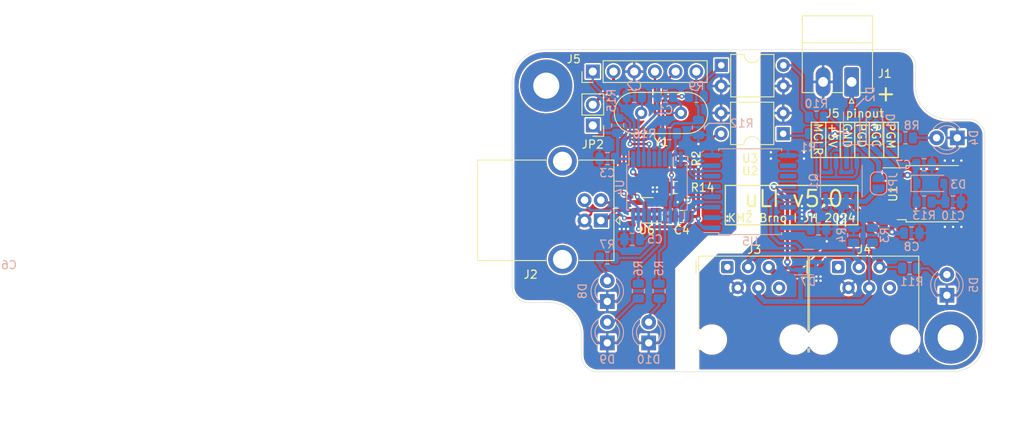
<source format=kicad_pcb>
(kicad_pcb (version 20221018) (generator pcbnew)
  (layers (0 "F.Cu" signal) (31 "B.Cu" signal) (34 "B.Paste" user) (35 "F.Paste" user) (36 "B.SilkS" user "B.Silkscreen") (37 "F.SilkS" user "F.Silkscreen") (38 "B.Mask" user) (39 "F.Mask" user) (44 "Edge.Cuts" user))
  (net 0 "")
  (net 1 "GND")
  (net 2 "Net-(U4-RA4{slash}IOCA3{slash}AN3{slash}OSC2{slash}CLKOUT)")
  (net 3 "Net-(U4-RA5{slash}IOCA5{slash}OSC1{slash}CLKIN)")
  (net 4 "VCC")
  (net 5 "Net-(U4-VUSB)")
  (net 6 "+5VA")
  (net 7 "GNDA")
  (net 8 "Net-(D1-K)")
  (net 9 "Net-(D3-A)")
  (net 10 "+12VA")
  (net 11 "Net-(D2-A)")
  (net 12 "Net-(D4-A)")
  (net 13 "Net-(D5-A)")
  (net 14 "/A")
  (net 15 "/B")
  (net 16 "Net-(D8-A)")
  (net 17 "Net-(D9-A)")
  (net 18 "Net-(D10-A)")
  (net 19 "D-{slash}PGC")
  (net 20 "D+{slash}PGD")
  (net 23 "/12VXN")
  (net 27 "MCLR")
  (net 28 "Net-(J5-Pin_2)")
  (net 29 "PGM")
  (net 30 "/POWERA")
  (net 31 "Net-(R1-Pad1)")
  (net 32 "SENSE")
  (net 33 "LED_YEL")
  (net 34 "LED_GR2")
  (net 35 "LED_GR1")
  (net 36 "/POWER")
  (net 37 "Net-(U4-SRQ{slash}C12OUT{slash}P1B{slash}RC4)")
  (net 38 "/DE")
  (net 41 "Net-(U4-T1OSCO{slash}SDO{slash}AN9{slash}RC7)")
  (net 42 "/TX")
  (net 43 "/RX")
  (footprint "MountingHole:MountingHole_3.2mm_M3_Pad" (layer "F.Cu") (at 180.176 117.738)
    (fp_text reference "H2" hide)
    (fp_text value "M3")
  )
  (footprint "Resistor_SMD:R_0805_2012Metric" (layer "F.Cu") (at 146.442 99.332 180)
    (fp_text reference "R14")
    (fp_text value "10k")
  )
  (footprint "Connector_USB:USB_B_OST_USB-B1HSxx_Horizontal" (layer "F.Cu") (at 137.2715 103.376 180)
    (fp_text reference "J2")
    (fp_text value "USB_B")
  )
  (footprint "Crystal:Crystal_HC49-4H_Vertical" (layer "F.Cu") (at 142.214 90.188)
    (fp_text reference "Y1")
    (fp_text value "12MHz")
  )
  (footprint "Package_TO_SOT_SMD:SOT-23-6" (layer "F.Cu") (at 142.886 102.126 180)
    (fp_text reference "U6")
    (fp_text value "USBLC6-2SC6")
  )
  (footprint "Connector_Phoenix_MC:PhoenixContact_MC_1,5_2-G-3.5_1x02_P3.50mm_Horizontal" (layer "F.Cu") (at 168.032 86.378 180)
    (fp_text reference "J1")
    (fp_text value "STL1550")
  )
  (footprint "Package_DIP:DIP-4_W7.62mm" (layer "F.Cu") (at 159.64 92.733 180)
    (fp_text reference "U2")
    (fp_text value "PC817")
  )
  (footprint "Connector_PinHeader_2.54mm:PinHeader_1x02_P2.54mm_Vertical" (layer "F.Cu") (at 136.282 91.712 180)
    (fp_text reference "JP2")
    (fp_text value "PINHEADER")
  )
  (footprint "Package_DIP:DIP-4_W7.62mm" (layer "F.Cu") (at 152.04 84.341)
    (fp_text reference "U3")
    (fp_text value "PC817")
  )
  (footprint "Package_TO_SOT_SMD:TO-252-2" (layer "F.Cu") (at 178.016 100.094)
    (fp_text reference "U1")
    (fp_text value "LM78M05_TO252")
  )
  (footprint "MountingHole:MountingHole_3.2mm_M3_Pad" (layer "F.Cu") (at 130.576 86.838)
    (fp_text reference "H1" hide)
    (fp_text value "M3")
  )
  (footprint "Resistor_SMD:R_0805_2012Metric" (layer "F.Cu") (at 147.204 95.776 90)
    (fp_text reference "R2")
    (fp_text value "10k")
  )
  (footprint "Connector_PinHeader_2.54mm:PinHeader_1x06_P2.54mm_Vertical" (layer "F.Cu") (at 136.282 85.108 90)
    (fp_text reference "J5")
    (fp_text value "PROG")
  )
  (footprint "Connector_RJ:RJ12_Amphenol_54601-x06_Horizontal" (layer "F.Cu") (at 166.376 109.088)
    (fp_text reference "J4")
    (fp_text value "RJ25")
  )
  (footprint "Connector_RJ:RJ12_Amphenol_54601-x06_Horizontal" (layer "F.Cu") (at 152.787 109.088)
    (fp_text reference "J3")
    (fp_text value "RJ25")
  )
  (footprint "Capacitor_SMD:C_0805_2012Metric" (layer "F.Cu") (at 147.204 102.888 180)
    (fp_text reference "C4")
    (fp_text value "100n")
  )
  (footprint "LED_THT:LED_D3.0mm" (layer "B.Cu") (at 138.06 118.387 90)
    (fp_text reference "D9")
    (fp_text value "GREEN")
  )
  (footprint "Resistor_SMD:R_0805_2012Metric" (layer "B.Cu") (at 149.236 91.966 -90)
    (fp_text reference "R12")
    (fp_text value "10k")
  )
  (footprint "Package_TO_SOT_SMD:SOT-23" (layer "B.Cu") (at 162.698 108.476)
    (fp_text reference "D7")
    (fp_text value "SM712")
  )
  (footprint "Resistor_SMD:R_0805_2012Metric" (layer "B.Cu") (at 139.33 91.712 90)
    (fp_text reference "R15")
    (fp_text value "10k")
  )
  (footprint "Resistor_SMD:R_0805_2012Metric" (layer "B.Cu") (at 141.87 112.032 -90)
    (fp_text reference "R6")
    (fp_text value "2k2")
  )
  (footprint "Resistor_SMD:R_0805_2012Metric" (layer "B.Cu") (at 176.922 101.11)
    (fp_text reference "R13")
    (fp_text value "22R")
  )
  (footprint "Capacitor_SMD:C_0805_2012Metric" (layer "B.Cu") (at 141.108 105.682 180)
    (fp_text reference "C5")
    (fp_text value "470n")
  )
  (footprint "Capacitor_SMD:C_0805_2012Metric" (layer "B.Cu") (at 175.398 104.92)
    (fp_text reference "C8")
    (fp_text value "100n")
  )
  (footprint "Resistor_SMD:R_0805_2012Metric" (layer "B.Cu") (at 138.06 107.968 180)
    (fp_text reference "R7")
    (fp_text value "2k2")
  )
  (footprint "Package_SO:SSOP-20_5.3x7.2mm_P0.65mm" (layer "B.Cu") (at 144.156 99.332 -90)
    (fp_text reference "U4")
    (fp_text value "PIC18F14K50-EP")
  )
  (footprint "LED_THT:LED_D3.0mm" (layer "B.Cu") (at 179.716 112.545 90)
    (fp_text reference "D5")
    (fp_text value "RED")
  )
  (footprint "LED_THT:LED_D3.0mm" (layer "B.Cu") (at 180.991 93.236 180)
    (fp_text reference "D4")
    (fp_text value "BLUE")
  )
  (footprint "Resistor_SMD:R_0805_2012Metric" (layer "B.Cu") (at 163.714 90.696 180)
    (fp_text reference "R10")
    (fp_text value "10k")
  )
  (footprint "Capacitor_SMD:C_0805_2012Metric" (layer "B.Cu") (at 145.172 88.156)
    (fp_text reference "C1")
    (fp_text value "22p")
  )
  (footprint "Resistor_SMD:R_0805_2012Metric" (layer "B.Cu") (at 144.41 112.032 -90)
    (fp_text reference "R5")
    (fp_text value "2k2")
  )
  (footprint "Capacitor_SMD:C_0805_2012Metric" (layer "B.Cu") (at 176.922 96.538)
    (fp_text reference "C7")
    (fp_text value "100n")
  )
  (footprint "Package_SO:SOIC-16W_7.5x10.3mm_P1.27mm" (layer "B.Cu") (at 155.586 99.84)
    (fp_text reference "U5")
    (fp_text value "ADM2483xRW")
  )
  (footprint "Capacitor_SMD:C_0805_2012Metric" (layer "B.Cu") (at 138.06 95.776 180)
    (fp_text reference "C3")
    (fp_text value "100n")
  )
  (footprint "Resistor_SMD:R_0805_2012Metric" (layer "B.Cu") (at 148.982 88.156 180)
    (fp_text reference "R9")
    (fp_text value "1k")
  )
  (footprint "Capacitor_SMD:C_0805_2012Metric" (layer "B.Cu") (at 180.478 101.11)
    (fp_text reference "C10")
    (fp_text value "22u/25V")
  )
  (footprint "Resistor_SMD:R_0805_2012Metric" (layer "B.Cu") (at 175.144 109.238)
    (fp_text reference "R11")
    (fp_text value "2k2")
  )
  (footprint "Jumper:SolderJumper-2_P1.3mm_Open_RoundedPad1.0x1.5mm" (layer "B.Cu") (at 171.334 98.824 90)
    (fp_text reference "JP1")
    (fp_text value "~")
  )
  (footprint "LED_THT:LED_D3.0mm" (layer "B.Cu") (at 138.06 113.307 90)
    (fp_text reference "D8")
    (fp_text value "GREEN")
  )
  (footprint "Diode_SMD:D_SOD-123" (layer "B.Cu") (at 170.826 91.712 90)
    (fp_text reference "D1")
    (fp_text value "1N5819")
  )
  (footprint "Resistor_SMD:R_0805_2012Metric" (layer "B.Cu") (at 174.636 93.236)
    (fp_text reference "R8")
    (fp_text value "2k2")
  )
  (footprint "Package_SO:SOIC-8_3.9x4.9mm_P1.27mm" (layer "B.Cu") (at 166.762 98.57 -90)
    (fp_text reference "Q1")
    (fp_text value "IRF7306")
  )
  (footprint "LED_THT:LED_D3.0mm" (layer "B.Cu") (at 143.14 118.387 90)
    (fp_text reference "D10")
    (fp_text value "YELLOW")
  )
  (footprint "Capacitor_SMD:C_0805_2012Metric" (layer "B.Cu") (at 163.968 104.412)
    (fp_text reference "C6")
    (fp_text value "100n")
  )
  (footprint "Resistor_SMD:R_0805_2012Metric" (layer "B.Cu") (at 145.68 92.728 180)
    (fp_text reference "R16")
    (fp_text value "10k")
  )
  (footprint "Resistor_SMD:R_0805_2012Metric" (layer "B.Cu") (at 163.714 92.728)
    (fp_text reference "R1")
    (fp_text value "2k2")
  )
  (footprint "Resistor_SMD:R_0805_2012Metric" (layer "B.Cu") (at 168.286 105.174 90)
    (fp_text reference "R4")
    (fp_text value "100k")
  )
  (footprint "Capacitor_SMD:C_0805_2012Metric" (layer "B.Cu") (at 141.362 88.156)
    (fp_text reference "C2")
    (fp_text value "22p")
  )
  (footprint "Diode_SMD:D_SOD-123" (layer "B.Cu") (at 168.032 91.712 90)
    (fp_text reference "D2")
    (fp_text value "1N5819")
  )
  (footprint "Diode_SMD:D_SOD-123" (layer "B.Cu") (at 177.684 98.824)
    (fp_text reference "D3")
    (fp_text value "1N5819")
  )
  (footprint "Resistor_SMD:R_0805_2012Metric" (layer "B.Cu") (at 170.572 105.174 -90)
    (fp_text reference "R3")
    (fp_text value "100k")
  )
  (gr_line (start 153.046 91.458) (end 150.506 91.458) (stroke (width 0.15)) (layer "B.SilkS"))
  (gr_line (start 169.556 88.41) (end 168.54 89.426) (stroke (width 0.15)) (layer "B.SilkS"))
  (gr_line (start 150.506 91.458) (end 149.971 91.993) (stroke (width 0.15)) (layer "B.SilkS"))
  (gr_line (start 163.079 91.331) (end 173.747 91.331) (stroke (width 0.15)) (layer "F.SilkS"))
  (gr_line (start 171.969 91.331) (end 171.969 95.649) (stroke (width 0.15)) (layer "F.SilkS"))
  (gr_line (start 168.413 91.331) (end 168.413 95.649) (stroke (width 0.15)) (layer "F.SilkS"))
  (gr_line (start 163.079 91.331) (end 163.079 95.649) (stroke (width 0.15)) (layer "F.SilkS"))
  (gr_line (start 163.079 95.649) (end 173.747 95.649) (stroke (width 0.15)) (layer "F.SilkS"))
  (gr_line (start 164.857 91.331) (end 164.857 95.649) (stroke (width 0.15)) (layer "F.SilkS"))
  (gr_line (start 166.635 91.331) (end 166.635 95.649) (stroke (width 0.15)) (layer "F.SilkS"))
  (gr_line (start 173.747 91.331) (end 173.747 95.649) (stroke (width 0.15)) (layer "F.SilkS"))
  (gr_line (start 170.191 91.331) (end 170.191 95.649) (stroke (width 0.15)) (layer "F.SilkS"))
  (gr_rect (start 152.538 99.078) (end 168.794 103.904) (stroke (width 0.15)) (fill none) (layer "F.SilkS"))
  (gr_arc (start 126.376 86.438) (mid 127.547573 83.609573) (end 130.376 82.438) (stroke (width 0.05)) (layer "Edge.Cuts"))
  (gr_line (start 180.376 121.938) (end 136.876 121.938) (stroke (width 0.05)) (layer "Edge.Cuts"))
  (gr_arc (start 136.876 121.938) (mid 135.461786 121.352214) (end 134.876 119.938) (stroke (width 0.05)) (layer "Edge.Cuts"))
  (gr_arc (start 173.875999 82.438) (mid 175.290213 83.023786) (end 175.875999 84.438) (stroke (width 0.05)) (layer "Edge.Cuts"))
  (gr_line (start 175.875999 86.938001) (end 175.875999 84.438) (stroke (width 0.05)) (layer "Edge.Cuts"))
  (gr_arc (start 184.376 117.938) (mid 183.204427 120.766427) (end 180.376 121.938) (stroke (width 0.05)) (layer "Edge.Cuts"))
  (gr_arc (start 179.875999 90.938001) (mid 177.047572 89.766428) (end 175.875999 86.938001) (stroke (width 0.05)) (layer "Edge.Cuts"))
  (gr_line (start 134.876 117.438) (end 134.876 119.938) (stroke (width 0.05)) (layer "Edge.Cuts"))
  (gr_arc (start 182.376 90.938) (mid 183.790214 91.523786) (end 184.376 92.938) (stroke (width 0.05)) (layer "Edge.Cuts"))
  (gr_arc (start 130.876 113.438) (mid 133.704427 114.609573) (end 134.876 117.438) (stroke (width 0.05)) (layer "Edge.Cuts"))
  (gr_arc (start 128.376 113.438) (mid 126.961786 112.852214) (end 126.376 111.438) (stroke (width 0.05)) (layer "Edge.Cuts"))
  (gr_line (start 130.376 82.438) (end 173.876 82.438) (stroke (width 0.05)) (layer "Edge.Cuts"))
  (gr_line (start 126.376 111.438) (end 126.376 86.438) (stroke (width 0.05)) (layer "Edge.Cuts"))
  (gr_line (start 184.376 92.938001) (end 184.376 117.938) (stroke (width 0.05)) (layer "Edge.Cuts"))
  (gr_line (start 182.376 90.938001) (end 179.875999 90.938001) (stroke (width 0.05)) (layer "Edge.Cuts"))
  (gr_line (start 128.376 113.438) (end 130.876 113.438) (stroke (width 0.05)) (layer "Edge.Cuts"))
  (gr_text "KMŽ Brno I JH 2024" (at 160.666 103.65) (layer "F.SilkS") (effects (font (size 1 1)) (justify bottom)))
  (gr_text "PGC" (at 170.445 91.331 -90) (layer "F.SilkS") (effects (font (size 1 1)) (justify left bottom)))
  (gr_text "GND" (at 166.889 91.331 -90) (layer "F.SilkS") (effects (font (size 1 1)) (justify left bottom)))
  (gr_text "MCLR" (at 163.333 91.331 -90) (layer "F.SilkS") (effects (font (size 1 1)) (justify left bottom)))
  (gr_text "PGM" (at 172.223 91.331 -90) (layer "F.SilkS") (effects (font (size 1 1)) (justify left bottom)))
  (gr_text "+" (at 170.826 88.918) (layer "F.SilkS") (effects (font (size 2 2) (thickness 0.25)) (justify left bottom)))
  (gr_text "+5V" (at 165.111 91.331 -90) (layer "F.SilkS") (effects (font (size 1 1)) (justify left bottom)))
  (gr_text "PGD" (at 168.667 91.331 -90) (layer "F.SilkS") (effects (font (size 1 1)) (justify left bottom)))
  (gr_text "J5 pinout" (at 168.413 90.823) (layer "F.SilkS") (effects (font (size 1 1)) (justify bottom)))
  (gr_text "uLI v5.0" (at 160.92 101.872) (layer "F.SilkS") (effects (font (size 2 2) (thickness 0.25)) (justify bottom)))
  (via (at 152.792 103.396) (size 0.6) (drill 0.3) (layers "F.Cu" "B.Cu") (net 1))
  (via (at 140.092 104.412) (size 0.6) (drill 0.3) (layers "F.Cu" "B.Cu") (net 1))
  (via (at 143.648 99.84) (size 0.6) (drill 0.3) (layers "F.Cu" "B.Cu") (net 1))
  (via (at 139.584 104.412) (size 0.6) (drill 0.3) (layers "F.Cu" "B.Cu") (net 1))
  (via (at 144.156 99.84) (size 0.6) (drill 0.3) (layers "F.Cu" "B.Cu") (net 1))
  (via (at 144.156 99.332) (size 0.6) (drill 0.3) (layers "F.Cu" "B.Cu") (net 1))
  (via (at 148.728 95.522) (size 0.6) (drill 0.3) (layers "F.Cu" "B.Cu") (net 1))
  (via (at 143.648 99.332) (size 0.6) (drill 0.3) (layers "F.Cu" "B.Cu") (net 1))
  (via (at 140.6 104.412) (size 0.6) (drill 0.3) (layers "F.Cu" "B.Cu") (net 1))
  (via (at 139.33 88.156) (size 0.6) (drill 0.3) (layers "F.Cu" "B.Cu") (net 1))
  (via (at 149.236 93.998) (size 0.6) (drill 0.3) (layers "F.Cu" "B.Cu") (net 1))
  (via (at 152.792 102.888) (size 0.6) (drill 0.3) (layers "F.Cu" "B.Cu") (net 1))
  (via (at 149.236 95.522) (size 0.6) (drill 0.3) (layers "F.Cu" "B.Cu") (net 1))
  (via (at 143.648 92.728) (size 0.6) (drill 0.3) (layers "F.Cu" "B.Cu") (net 1))
  (via (at 146.696 101.11) (size 0.6) (drill 0.3) (layers "F.Cu" "B.Cu") (net 1))
  (segment (start 142.531 95.832) (end 142.531 91.813) (width 0.3) (layer "B.Cu") (net 2))
  (segment (start 147.016 90.11) (end 147.094 90.188) (width 0.3) (layer "B.Cu") (net 2))
  (segment (start 147.094 89.128) (end 146.122 88.156) (width 0.3) (layer "B.Cu") (net 2))
  (segment (start 144.156 90.188) (end 147.094 90.188) (width 0.3) (layer "B.Cu") (net 2))
  (segment (start 142.531 91.813) (end 144.156 90.188) (width 0.3) (layer "B.Cu") (net 2))
  (segment (start 147.094 90.188) (end 147.094 89.128) (width 0.3) (layer "B.Cu") (net 2))
  (segment (start 141.881 90.521) (end 142.214 90.188) (width 0.3) (layer "B.Cu") (net 3))
  (segment (start 142.312 88.156) (end 142.312 90.09) (width 0.3) (layer "B.Cu") (net 3))
  (segment (start 141.881 95.832) (end 141.881 90.521) (width 0.3) (layer "B.Cu") (net 3))
  (segment (start 142.312 90.09) (end 142.214 90.188) (width 0.3) (layer "B.Cu") (net 3))
  (segment (start 149.236 96.792) (end 147.3075 96.792) (width 0.4) (layer "F.Cu") (net 4))
  (segment (start 142.811 103.575) (end 143.394 104.158) (width 0.4) (layer "F.Cu") (net 4))
  (segment (start 143.394 104.158) (end 147.077 104.158) (width 0.4) (layer "F.Cu") (net 4))
  (segment (start 137.826 103.376) (end 137.2715 103.376) (width 0.4) (layer "F.Cu") (net 4))
  (segment (start 148.154 102.888) (end 149.236 102.888) (width 0.4) (layer "F.Cu") (net 4))
  (segment (start 142.811 102.126) (end 142.811 103.575) (width 0.4) (layer "F.Cu") (net 4))
  (segment (start 141.7485 102.126) (end 142.811 102.126) (width 0.4) (layer "F.Cu") (net 4))
  (segment (start 149.236 96.792) (end 149.236 102.888) (width 0.4) (layer "F.Cu") (net 4))
  (segment (start 139.076 102.126) (end 137.826 103.376) (width 0.4) (layer "F.Cu") (net 4))
  (segment (start 149.236 102.888) (end 149.236 103.142) (width 0.4) (layer "F.Cu") (net 4))
  (segment (start 141.7485 102.126) (end 139.076 102.126) (width 0.4) (layer "F.Cu") (net 4))
  (segment (start 141.231 97.423) (end 142.811 99.003) (width 0.4) (layer "F.Cu") (net 4))
  (segment (start 148.154 103.081) (end 148.154 102.888) (width 0.4) (layer "F.Cu") (net 4))
  (segment (start 142.811 99.003) (end 142.811 102.126) (width 0.4) (layer "F.Cu") (net 4))
  (segment (start 147.077 104.158) (end 148.154 103.081) (width 0.4) (layer "F.Cu") (net 4))
  (segment (start 147.3075 96.792) (end 147.204 96.6885) (width 0.4) (layer "F.Cu") (net 4))
  (via (at 141.231 97.423) (size 0.8) (drill 0.4) (layers "F.Cu" "B.Cu") (net 4))
  (via (at 149.236 103.142) (size 0.6) (drill 0.3) (layers "F.Cu" "B.Cu") (net 4))
  (via (at 149.236 96.792) (size 0.6) (drill 0.3) (layers "F.Cu" "B.Cu") (net 4))
  (segment (start 139.066 95.832) (end 139.01 95.776) (width 0.4) (layer "B.Cu") (net 4))
  (segment (start 139.33 92.6245) (end 137.1945 92.6245) (width 0.4) (layer "B.Cu") (net 4))
  (segment (start 149.363 96.665) (end 149.236 96.792) (width 0.4) (layer "B.Cu") (net 4))
  (segment (start 139.33 95.456) (end 139.01 95.776) (width 0.4) (layer "B.Cu") (net 4))
  (segment (start 139.33 92.6245) (end 139.33 95.456) (width 0.4) (layer "B.Cu") (net 4))
  (segment (start 141.231 97.423) (end 141.231 95.832) (width 0.4) (layer "B.Cu") (net 4))
  (segment (start 137.1945 92.6245) (end 136.282 91.712) (width 0.4) (layer "B.Cu") (net 4))
  (segment (start 139.01 95.456) (end 139.01 95.776) (width 0.4) (layer "B.Cu") (net 4))
  (segment (start 150.936 96.665) (end 149.363 96.665) (width 0.4) (layer "B.Cu") (net 4))
  (segment (start 149.871 104.285) (end 150.936 104.285) (width 0.4) (layer "B.Cu") (net 4))
  (segment (start 149.236 103.142) (end 149.236 103.65) (width 0.4) (layer "B.Cu") (net 4))
  (segment (start 149.236 103.65) (end 149.871 104.285) (width 0.4) (layer "B.Cu") (net 4))
  (segment (start 141.231 95.832) (end 139.066 95.832) (width 0.4) (layer "B.Cu") (net 4))
  (segment (start 143.181 105.133) (end 143.181 102.832) (width 0.3) (layer "B.Cu") (net 5))
  (segment (start 142.058 105.682) (end 142.632 105.682) (width 0.3) (layer "B.Cu") (net 5))
  (segment (start 142.632 105.682) (end 143.181 105.133) (width 0.3) (layer "B.Cu") (net 5))
  (segment (start 171.452 104.784) (end 167.778 101.11) (width 0.6) (layer "F.Cu") (net 6))
  (segment (start 172.976 104.784) (end 171.452 104.784) (width 0.6) (layer "F.Cu") (net 6))
  (segment (start 172.976 102.374) (end 172.976 104.784) (width 0.6) (layer "F.Cu") (net 6))
  (segment (start 164.476 101.11) (end 162.952 102.634) (width 0.6) (layer "F.Cu") (net 6))
  (segment (start 167.778 101.11) (end 164.476 101.11) (width 0.6) (layer "F.Cu") (net 6))
  (via (at 172.976 104.784) (size 0.8) (drill 0.4) (layers "F.Cu" "B.Cu") (net 6))
  (via (at 162.952 102.634) (size 0.8) (drill 0.4) (layers "F.Cu" "B.Cu") (net 6))
  (segment (start 163.018 102.7) (end 162.952 102.634) (width 0.6) (layer "B.Cu") (net 6))
  (segment (start 160.236 104.285) (end 162.891 104.285) (width 0.6) (layer "B.Cu") (net 6))
  (segment (start 170.572 104.2615) (end 172.4535 104.2615) (width 0.3) (layer "B.Cu") (net 6))
  (segment (start 163.018 104.412) (end 163.018 102.7) (width 0.6) (layer "B.Cu") (net 6))
  (segment (start 162.891 104.285) (end 163.018 104.412) (width 0.4) (layer "B.Cu") (net 6))
  (segment (start 172.4535 104.2615) (end 172.976 104.784) (width 0.3) (layer "B.Cu") (net 6))
  (segment (start 173.112 104.92) (end 172.976 104.784) (width 0.6) (layer "B.Cu") (net 6))
  (segment (start 174.448 104.92) (end 173.112 104.92) (width 0.6) (layer "B.Cu") (net 6))
  (via (at 161.936 103.142) (size 0.6) (drill 0.3) (layers "F.Cu" "B.Cu") (net 7))
  (via (at 161.936 102.126) (size 0.6) (drill 0.3) (layers "F.Cu" "B.Cu") (net 7))
  (via (at 158.126 95.776) (size 0.6) (drill 0.3) (layers "F.Cu" "B.Cu") (net 7))
  (via (at 163.714 110.254) (size 0.6) (drill 0.3) (layers "F.Cu" "B.Cu") (net 7))
  (via (at 162.19 95.776) (size 0.6) (drill 0.3) (layers "F.Cu" "B.Cu") (net 7))
  (via (at 162.19 95.014) (size 0.6) (drill 0.3) (layers "F.Cu" "B.Cu") (net 7))
  (via (at 180.478 104.158) (size 0.6) (drill 0.3) (layers "F.Cu" "B.Cu") (net 7))
  (via (at 164.222 110.254) (size 0.6) (drill 0.3) (layers "F.Cu" "B.Cu") (net 7))
  (via (at 164.222 110.762) (size 0.6) (drill 0.3) (layers "F.Cu" "B.Cu") (net 7))
  (via (at 179.462 104.158) (size 0.6) (drill 0.3) (layers "F.Cu" "B.Cu") (net 7))
  (via (at 180.478 96.03) (size 0.6) (drill 0.3) (layers "F.Cu" "B.Cu") (net 7))
  (via (at 161.936 102.634) (size 0.6) (drill 0.3) (layers "F.Cu" "B.Cu") (net 7))
  (via (at 164.984 105.936) (size 0.6) (drill 0.3) (layers "F.Cu" "B.Cu") (net 7))
  (via (at 161.936 101.618) (size 0.6) (drill 0.3) (layers "F.Cu" "B.Cu") (net 7))
  (via (at 181.494 96.03) (size 0.6) (drill 0.3) (layers "F.Cu" "B.Cu") (net 7))
  (via (at 181.494 104.158) (size 0.6) (drill 0.3) (layers "F.Cu" "B.Cu") (net 7))
  (via (at 179.462 96.03) (size 0.6) (drill 0.3) (layers "F.Cu" "B.Cu") (net 7))
  (via (at 168.286 102.888) (size 0.6) (drill 0.3) (layers "F.Cu" "B.Cu") (net 7))
  (via (at 158.126 95.014) (size 0.6) (drill 0.3) (layers "F.Cu" "B.Cu") (net 7))
  (via (at 163.714 110.762) (size 0.6) (drill 0.3) (layers "F.Cu" "B.Cu") (net 7))
  (segment (start 174.89 97.808) (end 172.982 97.808) (width 0.6) (layer "F.Cu") (net 8))
  (segment (start 167.778 92.728) (end 168.54 91.966) (width 0.3) (layer "F.Cu") (net 8))
  (segment (start 172.982 97.808) (end 172.976 97.814) (width 0.6) (layer "F.Cu") (net 8))
  (segment (start 168.54 91.966) (end 170.826 91.966) (width 0.3) (layer "F.Cu") (net 8))
  (segment (start 166 92.728) (end 167.778 92.728) (width 0.3) (layer "F.Cu") (net 8))
  (via (at 166 92.728) (size 0.6) (drill 0.3) (layers "F.Cu" "B.Cu") (net 8))
  (via (at 174.89 97.808) (size 0.8) (drill 0.4) (layers "F.Cu" "B.Cu") (net 8))
  (via (at 170.826 91.966) (size 0.6) (drill 0.3) (layers "F.Cu" "B.Cu") (net 8))
  (segment (start 175.8825 97.808) (end 175.8825 96.6275) (width 0.6) (layer "B.Cu") (net 8))
  (segment (start 175.8825 97.808) (end 174.89 97.808) (width 0.6) (layer "B.Cu") (net 8))
  (segment (start 174.002 96.538) (end 170.826 93.362) (width 0.6) (layer "B.Cu") (net 8))
  (segment (start 175.972 96.538) (end 174.002 96.538) (width 0.6) (layer "B.Cu") (net 8))
  (segment (start 175.8825 101.364) (end 175.8825 97.808) (width 0.6) (layer "B.Cu") (net 8))
  (segment (start 164.6265 92.728) (end 166 92.728) (width 0.3) (layer "B.Cu") (net 8))
  (segment (start 170.826 91.966) (end 170.826 93.362) (width 0.3) (layer "B.Cu") (net 8))
  (segment (start 175.8825 96.6275) (end 175.972 96.538) (width 0.6) (layer "B.Cu") (net 8))
  (segment (start 179.207 101.043) (end 179.528 101.364) (width 0.6) (layer "B.Cu") (net 9))
  (segment (start 177.7075 101.11) (end 179.528 101.11) (width 0.6) (layer "B.Cu") (net 9))
  (segment (start 179.462 98.951) (end 179.462 101.043) (width 0.6) (layer "B.Cu") (net 9))
  (segment (start 167.397 93.997) (end 168.032 93.362) (width 0.6) (layer "B.Cu") (net 10))
  (segment (start 168.032 92.982) (end 170.826 90.188) (width 0.6) (layer "B.Cu") (net 10))
  (segment (start 173.7235 92.9595) (end 170.826 90.062) (width 0.3) (layer "B.Cu") (net 10))
  (segment (start 164.857 94.887) (end 165.747 93.997) (width 0.6) (layer "B.Cu") (net 10))
  (segment (start 165.366 90.696) (end 168.032 93.362) (width 0.3) (layer "B.Cu") (net 10))
  (segment (start 167.397 96.095) (end 167.397 93.997) (width 0.6) (layer "B.Cu") (net 10))
  (segment (start 170.826 90.188) (end 170.826 90.062) (width 0.6) (layer "B.Cu") (net 10))
  (segment (start 164.6265 90.696) (end 165.366 90.696) (width 0.3) (layer "B.Cu") (net 10))
  (segment (start 168.032 93.362) (end 168.032 92.982) (width 0.6) (layer "B.Cu") (net 10))
  (segment (start 168.032 93.362) (end 168.412 93.362) (width 0.6) (layer "B.Cu") (net 10))
  (segment (start 165.747 93.997) (end 167.397 93.997) (width 0.6) (layer "B.Cu") (net 10))
  (segment (start 171.334 96.284) (end 171.334 98.174) (width 0.6) (layer "B.Cu") (net 10))
  (segment (start 168.412 93.362) (end 171.334 96.284) (width 0.6) (layer "B.Cu") (net 10))
  (segment (start 164.857 96.095) (end 164.857 94.887) (width 0.6) (layer "B.Cu") (net 10))
  (segment (start 173.7235 93.236) (end 173.7235 92.9595) (width 0.3) (layer "B.Cu") (net 10))
  (segment (start 168.032 86.378) (end 168.032 90.062) (width 0.6) (layer "B.Cu") (net 11))
  (segment (start 175.5485 93.236) (end 178.451 93.236) (width 0.3) (layer "B.Cu") (net 12))
  (segment (start 176.0565 109.238) (end 177.43 109.238) (width 0.3) (layer "B.Cu") (net 13))
  (segment (start 177.43 109.238) (end 178.197 110.005) (width 0.3) (layer "B.Cu") (net 13))
  (segment (start 178.197 110.005) (end 179.716 110.005) (width 0.3) (layer "B.Cu") (net 13))
  (segment (start 160.158 108.476) (end 160.158 100.856) (width 0.4) (layer "F.Cu") (net 14))
  (segment (start 160.158 100.856) (end 158.507 99.205) (width 0.4) (layer "F.Cu") (net 14))
  (via (at 158.507 99.205) (size 0.8) (drill 0.4) (layers "F.Cu" "B.Cu") (net 14))
  (via (at 160.158 108.476) (size 0.8) (drill 0.4) (layers "F.Cu" "B.Cu") (net 14))
  (segment (start 160.6 109.426) (end 161.7605 109.426) (width 0.4) (layer "B.Cu") (net 14))
  (segment (start 170.186 112.418) (end 169.302 113.302) (width 0.6) (layer "B.Cu") (net 14))
  (segment (start 169.302 113.302) (end 161.682 113.302) (width 0.6) (layer "B.Cu") (net 14))
  (segment (start 170.186 111.628) (end 170.186 106.4725) (width 0.3) (layer "B.Cu") (net 14))
  (segment (start 161.682 113.302) (end 161.7605 113.2235) (width 0.4) (layer "B.Cu") (net 14))
  (segment (start 157.364 113.302) (end 156.597 112.535) (width 0.6) (layer "B.Cu") (net 14))
  (segment (start 156.597 112.535) (end 156.597 111.628) (width 0.6) (layer "B.Cu") (net 14))
  (segment (start 160.158 108.476) (end 160.158 108.984) (width 0.4) (layer "B.Cu") (net 14))
  (segment (start 170.186 111.628) (end 170.186 112.418) (width 0.6) (layer "B.Cu") (net 14))
  (segment (start 158.507 99.205) (end 160.236 99.205) (width 0.4) (layer "B.Cu") (net 14))
  (segment (start 161.7605 113.2235) (end 161.7605 109.426) (width 0.6) (layer "B.Cu") (net 14))
  (segment (start 161.682 113.302) (end 157.364 113.302) (width 0.6) (layer "B.Cu") (net 14))
  (segment (start 170.186 106.4725) (end 170.572 106.0865) (width 0.3) (layer "B.Cu") (net 14))
  (segment (start 160.158 108.984) (end 160.6 109.426) (width 0.4) (layer "B.Cu") (net 14))
  (segment (start 161.7605 106.7765) (end 161.7605 107.526) (width 0.4) (layer "B.Cu") (net 15))
  (segment (start 158.126 101.11) (end 158.126 105.174) (width 0.4) (layer "B.Cu") (net 15))
  (segment (start 156.348 107.46) (end 168.032 107.46) (width 0.6) (layer "B.Cu") (net 15))
  (segment (start 159.142 106.19) (end 161.174 106.19) (width 0.4) (layer "B.Cu") (net 15))
  (segment (start 161.174 106.19) (end 161.7605 106.7765) (width 0.4) (layer "B.Cu") (net 15))
  (segment (start 155.327 109.088) (end 155.327 108.481) (width 0.6) (layer "B.Cu") (net 15))
  (segment (start 158.126 105.174) (end 159.142 106.19) (width 0.4) (layer "B.Cu") (net 15))
  (segment (start 155.327 108.481) (end 156.348 107.46) (width 0.6) (layer "B.Cu") (net 15))
  (segment (start 158.761 100.475) (end 158.126 101.11) (width 0.4) (layer "B.Cu") (net 15))
  (segment (start 168.916 108.344) (end 168.916 109.088) (width 0.6) (layer "B.Cu") (net 15))
  (segment (start 168.286 107.206) (end 168.032 107.46) (width 0.3) (layer "B.Cu") (net 15))
  (segment (start 168.032 107.46) (end 168.916 108.344) (width 0.6) (layer "B.Cu") (net 15))
  (segment (start 160.236 100.475) (end 158.761 100.475) (width 0.4) (layer "B.Cu") (net 15))
  (segment (start 168.286 106.0865) (end 168.286 107.206) (width 0.3) (layer "B.Cu") (net 15))
  (segment (start 137.1475 109.03575) (end 137.1475 107.968) (width 0.3) (layer "B.Cu") (net 16))
  (segment (start 138.06 109.94825) (end 137.1475 109.03575) (width 0.3) (layer "B.Cu") (net 16))
  (segment (start 138.06 110.767) (end 138.06 109.94825) (width 0.3) (layer "B.Cu") (net 16))
  (segment (start 141.7195 112.9445) (end 141.87 112.9445) (width 0.3) (layer "B.Cu") (net 17))
  (segment (start 138.817 115.847) (end 141.7195 112.9445) (width 0.3) (layer "B.Cu") (net 17))
  (segment (start 138.06 115.847) (end 138.817 115.847) (width 0.3) (layer "B.Cu") (net 17))
  (segment (start 144.41 113.81) (end 144.41 112.9445) (width 0.3) (layer "B.Cu") (net 18))
  (segment (start 143.14 115.847) (end 143.14 115.08) (width 0.3) (layer "B.Cu") (net 18))
  (segment (start 143.14 115.08) (end 144.41 113.81) (width 0.3) (layer "B.Cu") (net 18))
  (segment (start 141.7485 100.4695) (end 140.092 98.813) (width 0.3) (layer "F.Cu") (net 19))
  (segment (start 142.077106 92.974) (end 144.402 90.649106) (width 0.3) (layer "F.Cu") (net 19))
  (segment (start 141.7485 101.176) (end 137.5715 101.176) (width 0.3) (layer "F.Cu") (net 19))
  (segment (start 141.7485 100.4695) (end 141.7485 101.176) (width 0.3) (layer "F.Cu") (net 19))
  (segment (start 137.5715 101.176) (end 137.2715 100.876) (width 0.3) (layer "F.Cu") (net 19))
  (segment (start 140.862 92.974) (end 142.077106 92.974) (width 0.3) (layer "F.Cu") (net 19))
  (segment (start 140.092 93.744) (end 140.862 92.974) (width 0.3) (layer "F.Cu") (net 19))
  (segment (start 144.402 87.148) (end 146.442 85.108) (width 0.3) (layer "F.Cu") (net 19))
  (segment (start 144.402 90.649106) (end 144.402 87.148) (width 0.3) (layer "F.Cu") (net 19))
  (segment (start 140.092 98.813) (end 140.092 93.744) (width 0.3) (layer "F.Cu") (net 19))
  (via (at 141.7485 100.4695) (size 0.6) (drill 0.3) (layers "F.Cu" "B.Cu") (net 19))
  (segment (start 141.7485 100.4695) (end 142.531 101.252) (width 0.3) (layer "B.Cu") (net 19))
  (segment (start 142.531 101.252) (end 142.531 102.832) (width 0.3) (layer "B.Cu") (net 19))
  (segment (start 143.902 90.442) (end 143.902 85.108) (width 0.3) (layer "F.Cu") (net 20))
  (segment (start 141.87 92.474) (end 143.902 90.442) (width 0.3) (layer "F.Cu") (net 20))
  (segment (start 141.881 103.2085) (end 141.7485 103.076) (width 0.3) (layer "F.Cu") (net 20))
  (segment (start 141.7485 103.076) (end 140.158 103.076) (width 0.3) (layer "F.Cu") (net 20))
  (segment (start 140.6 92.474) (end 141.87 92.474) (width 0.3) (layer "F.Cu") (net 20))
  (segment (start 141.881 104.401) (end 141.881 103.2085) (width 0.3) (layer "F.Cu") (net 20))
  (segment (start 139.592 93.482) (end 140.6 92.474) (width 0.3) (layer "F.Cu") (net 20))
  (segment (start 139.592 99.567784) (end 139.592 93.482) (width 0.3) (layer "F.Cu") (net 20))
  (segment (start 140.118216 100.094) (end 139.592 99.567784) (width 0.3) (layer "F.Cu") (net 20))
  (via (at 140.118216 100.094) (size 0.6) (drill 0.3) (layers "F.Cu" "B.Cu") (net 20))
  (via (at 141.881 104.401) (size 0.6) (drill 0.3) (layers "F.Cu" "B.Cu") (net 20))
  (via (at 140.158 103.076) (size 0.6) (drill 0.3) (layers "F.Cu" "B.Cu") (net 20))
  (segment (start 136.028 102.126) (end 135.2715 101.3695) (width 0.3) (layer "B.Cu") (net 20))
  (segment (start 139.208 102.126) (end 136.028 102.126) (width 0.3) (layer "B.Cu") (net 20))
  (segment (start 141.881 101.856784) (end 140.118216 100.094) (width 0.3) (layer "B.Cu") (net 20))
  (segment (start 141.881 102.832) (end 141.881 101.856784) (width 0.3) (layer "B.Cu") (net 20))
  (segment (start 140.158 103.076) (end 139.208 102.126) (width 0.3) (layer "B.Cu") (net 20))
  (segment (start 135.2715 101.3695) (end 135.2715 100.876) (width 0.3) (layer "B.Cu") (net 20))
  (segment (start 141.881 102.832) (end 141.881 104.401) (width 0.3) (layer "B.Cu") (net 20))
  (segment (start 164.744495 107.206) (end 166.762 107.206) (width 0.8) (layer "F.Cu") (net 23))
  (segment (start 166.762 107.206) (end 166.762 102.888) (width 0.8) (layer "F.Cu") (net 23))
  (segment (start 158.779 110) (end 161.950495 110) (width 0.8) (layer "F.Cu") (net 23))
  (segment (start 166.762 107.206) (end 170.572 107.206) (width 0.8) (layer "F.Cu") (net 23))
  (segment (start 161.950495 110) (end 164.744495 107.206) (width 0.8) (layer "F.Cu") (net 23))
  (segment (start 170.572 107.206) (end 171.456 108.09) (width 0.8) (layer "F.Cu") (net 23))
  (segment (start 171.456 108.09) (end 171.456 109.088) (width 0.8) (layer "F.Cu") (net 23))
  (segment (start 157.867 109.088) (end 158.779 110) (width 0.8) (layer "F.Cu") (net 23))
  (via (at 166.762 103.65) (size 0.8) (drill 0.4) (layers "F.Cu" "B.Cu") (net 23))
  (via (at 166.762 102.888) (size 0.8) (drill 0.4) (layers "F.Cu" "B.Cu") (net 23))
  (segment (start 166.762 102.888) (end 166.762 103.65) (width 0.8) (layer "B.Cu") (net 23))
  (segment (start 174.0815 109.088) (end 174.2315 109.238) (width 0.3) (layer "B.Cu") (net 23))
  (segment (start 166.127 101.045) (end 167.397 101.045) (width 0.8) (layer "B.Cu") (net 23))
  (segment (start 166.762 102.888) (end 166.762 101.045) (width 0.8) (layer "B.Cu") (net 23))
  (segment (start 171.456 109.088) (end 174.0815 109.088) (width 0.3) (layer "B.Cu") (net 23))
  (segment (start 168.667 101.045) (end 169.763 101.045) (width 0.6) (layer "B.Cu") (net 23))
  (segment (start 164.857 101.045) (end 166.127 101.045) (width 0.6) (layer "B.Cu") (net 23))
  (segment (start 169.763 101.045) (end 171.334 99.474) (width 0.6) (layer "B.Cu") (net 23))
  (segment (start 168.667 101.045) (end 167.397 101.045) (width 0.6) (layer "B.Cu") (net 23))
  (segment (start 140.854 93.998) (end 143.181 93.998) (width 0.3) (layer "F.Cu") (net 27))
  (via (at 143.181 93.998) (size 0.6) (drill 0.3) (layers "F.Cu" "B.Cu") (net 27))
  (via (at 140.854 93.998) (size 0.6) (drill 0.3) (layers "F.Cu" "B.Cu") (net 27))
  (segment (start 136.282 85.108) (end 136.282 86.632) (width 0.3) (layer "B.Cu") (net 27))
  (segment (start 143.181 95.832) (end 143.181 93.998) (width 0.3) (layer "B.Cu") (net 27))
  (segment (start 140.854 91.458) (end 140.854 93.998) (width 0.3) (layer "B.Cu") (net 27))
  (segment (start 139.33 90.7995) (end 140.1955 90.7995) (width 0.3) (layer "B.Cu") (net 27))
  (segment (start 139.33 89.68) (end 139.33 90.7995) (width 0.3) (layer "B.Cu") (net 27))
  (segment (start 136.282 86.632) (end 139.33 89.68) (width 0.3) (layer "B.Cu") (net 27))
  (segment (start 140.1955 90.7995) (end 140.854 91.458) (width 0.3) (layer "B.Cu") (net 27))
  (segment (start 138.822 85.108) (end 138.822 86.632) (width 0.4) (layer "F.Cu") (net 28))
  (segment (start 138.822 86.632) (end 136.282 89.172) (width 0.4) (layer "F.Cu") (net 28))
  (segment (start 145.131 94.856784) (end 145.73 94.257784) (width 0.3) (layer "B.Cu") (net 29))
  (segment (start 146.294544 91.458) (end 148.8315 91.458) (width 0.3) (layer "B.Cu") (net 29))
  (segment (start 149.236 89.426) (end 149.236 91.0535) (width 0.3) (layer "B.Cu") (net 29))
  (segment (start 145.73 94.257784) (end 145.73 92.022544) (width 0.3) (layer "B.Cu") (net 29))
  (segment (start 148.982 89.172) (end 149.236 89.426) (width 0.3) (layer "B.Cu") (net 29))
  (segment (start 145.73 92.022544) (end 146.294544 91.458) (width 0.3) (layer "B.Cu") (net 29))
  (segment (start 145.131 95.832) (end 145.131 94.856784) (width 0.3) (layer "B.Cu") (net 29))
  (segment (start 148.8315 91.458) (end 149.236 91.0535) (width 0.3) (layer "B.Cu") (net 29))
  (segment (start 148.982 85.108) (end 148.982 89.172) (width 0.3) (layer "B.Cu") (net 29))
  (segment (start 163.714 91.3545) (end 162.8015 90.442) (width 0.3) (layer "B.Cu") (net 30))
  (segment (start 166.127 98.062) (end 166.127 96.095) (width 0.3) (layer "B.Cu") (net 30))
  (segment (start 164.222 98.062) (end 163.714 97.554) (width 0.3) (layer "B.Cu") (net 30))
  (segment (start 168.286 98.062) (end 166.127 98.062) (width 0.3) (layer "B.Cu") (net 30))
  (segment (start 159.66 84.341) (end 160.661 84.341) (width 0.3) (layer "B.Cu") (net 30))
  (segment (start 160.661 84.341) (end 161.936 85.616) (width 0.3) (layer "B.Cu") (net 30))
  (segment (start 166.127 98.062) (end 164.222 98.062) (width 0.3) (layer "B.Cu") (net 30))
  (segment (start 161.936 85.616) (end 161.936 89.5765) (width 0.3) (layer "B.Cu") (net 30))
  (segment (start 168.667 97.681) (end 168.286 98.062) (width 0.3) (layer "B.Cu") (net 30))
  (segment (start 161.936 89.5765) (end 162.8015 90.442) (width 0.3) (layer "B.Cu") (net 30))
  (segment (start 163.714 97.554) (end 163.714 91.3545) (width 0.3) (layer "B.Cu") (net 30))
  (segment (start 168.667 96.095) (end 168.667 97.681) (width 0.3) (layer "B.Cu") (net 30))
  (segment (start 162.8015 92.982) (end 159.889 92.982) (width 0.3) (layer "B.Cu") (net 31))
  (segment (start 159.889 92.982) (end 159.64 92.733) (width 0.3) (layer "B.Cu") (net 31))
  (segment (start 146.5925 94.8635) (end 147.204 94.8635) (width 0.3) (layer "F.Cu") (net 32))
  (segment (start 149.3865 94.8635) (end 151.517 92.733) (width 0.3) (layer "F.Cu") (net 32))
  (segment (start 145.934 97.808) (end 145.934 95.522) (width 0.3) (layer "F.Cu") (net 32))
  (segment (start 147.204 94.8635) (end 149.3865 94.8635) (width 0.3) (layer "F.Cu") (net 32))
  (segment (start 151.517 92.733) (end 152.02 92.733) (width 0.3) (layer "F.Cu") (net 32))
  (segment (start 145.934 95.522) (end 146.5925 94.8635) (width 0.3) (layer "F.Cu") (net 32))
  (via (at 145.934 97.808) (size 0.6) (drill 0.3) (layers "F.Cu" "B.Cu") (net 32))
  (segment (start 145.934 97.808) (end 145.934 100.856) (width 0.3) (layer "B.Cu") (net 32))
  (segment (start 145.781 101.009) (end 145.781 102.832) (width 0.3) (layer "B.Cu") (net 32))
  (segment (start 145.934 100.856) (end 145.781 101.009) (width 0.3) (layer "B.Cu") (net 32))
  (segment (start 144.41 107.206) (end 145.131 106.485) (width 0.3) (layer "B.Cu") (net 33))
  (segment (start 144.41 111.1195) (end 144.41 107.206) (width 0.3) (layer "B.Cu") (net 33))
  (segment (start 145.131 106.485) (end 145.131 102.832) (width 0.3) (layer "B.Cu") (net 33))
  (segment (start 141.87 111.1195) (end 141.87 108.984) (width 0.3) (layer "B.Cu") (net 34))
  (segment (start 144.481 106.373) (end 144.481 102.832) (width 0.3) (layer "B.Cu") (net 34))
  (segment (start 141.87 108.984) (end 144.481 106.373) (width 0.3) (layer "B.Cu") (net 34))
  (segment (start 142.124 107.968) (end 143.831 106.261) (width 0.3) (layer "B.Cu") (net 35))
  (segment (start 138.9725 107.968) (end 142.124 107.968) (width 0.3) (layer "B.Cu") (net 35))
  (segment (start 143.831 106.261) (end 143.831 102.832) (width 0.3) (layer "B.Cu") (net 35))
  (segment (start 149.8945 86.4865) (end 152.04 84.341) (width 0.3) (layer "B.Cu") (net 36))
  (segment (start 149.8945 88.156) (end 149.8945 86.4865) (width 0.3) (layer "B.Cu") (net 36))
  (segment (start 144.902 88.68) (end 145.426 88.156) (width 0.3) (layer "F.Cu") (net 37))
  (segment (start 144.713586 94.047586) (end 144.902 93.859172) (width 0.3) (layer "F.Cu") (net 37))
  (segment (start 144.902 93.859172) (end 144.902 88.68) (width 0.3) (layer "F.Cu") (net 37))
  (segment (start 145.426 88.156) (end 147.204 88.156) (width 0.3) (layer "F.Cu") (net 37))
  (via (at 147.204 88.156) (size 0.6) (drill 0.3) (layers "F.Cu" "B.Cu") (net 37))
  (via (at 144.713586 94.047586) (size 0.6) (drill 0.3) (layers "F.Cu" "B.Cu") (net 37))
  (segment (start 148.0695 88.156) (end 147.204 88.156) (width 0.3) (layer "B.Cu") (net 37))
  (segment (start 144.713586 94.047586) (end 144.481 94.280172) (width 0.3) (layer "B.Cu") (net 37))
  (segment (start 144.481 94.280172) (end 144.481 95.832) (width 0.3) (layer "B.Cu") (net 37))
  (segment (start 147.3545 99.332) (end 147.3545 100.2445) (width 0.3) (layer "F.Cu") (net 38))
  (segment (start 147.3545 100.2445) (end 147.966 100.856) (width 0.3) (layer "F.Cu") (net 38))
  (via (at 147.966 100.856) (size 0.6) (drill 0.3) (layers "F.Cu" "B.Cu") (net 38))
  (segment (start 147.966 100.856) (end 147.081 101.741) (width 0.3) (layer "B.Cu") (net 38))
  (segment (start 150.936 100.475) (end 148.347 100.475) (width 0.3) (layer "B.Cu") (net 38))
  (segment (start 150.936 100.475) (end 150.936 99.205) (width 0.3) (layer "B.Cu") (net 38))
  (segment (start 148.347 100.475) (end 147.966 100.856) (width 0.3) (layer "B.Cu") (net 38))
  (segment (start 147.081 101.741) (end 147.081 102.832) (width 0.3) (layer "B.Cu") (net 38))
  (segment (start 146.5925 92.728) (end 146.431 92.8895) (width 0.3) (layer "B.Cu") (net 41))
  (segment (start 146.431 92.8895) (end 146.431 95.832) (width 0.3) (layer "B.Cu") (net 41))
  (segment (start 148.22 96.284) (end 148.22 97.554) (width 0.3) (layer "B.Cu") (net 42))
  (segment (start 148.22 97.554) (end 148.601 97.935) (width 0.3) (layer "B.Cu") (net 42))
  (segment (start 147.081 95.832) (end 147.768 95.832) (width 0.3) (layer "B.Cu") (net 42))
  (segment (start 148.601 97.935) (end 150.936 97.935) (width 0.3) (layer "B.Cu") (net 42))
  (segment (start 147.768 95.832) (end 148.22 96.284) (width 0.3) (layer "B.Cu") (net 42))
  (segment (start 148.474 102.507) (end 148.474 103.396) (width 0.3) (layer "B.Cu") (net 43))
  (segment (start 146.696 104.412) (end 146.431 104.147) (width 0.3) (layer "B.Cu") (net 43))
  (segment (start 150.936 101.745) (end 149.236 101.745) (width 0.3) (layer "B.Cu") (net 43))
  (segment (start 149.236 101.745) (end 148.474 102.507) (width 0.3) (layer "B.Cu") (net 43))
  (segment (start 148.474 103.396) (end 147.458 104.412) (width 0.3) (layer "B.Cu") (net 43))
  (segment (start 146.431 104.147) (end 146.431 102.832) (width 0.3) (layer "B.Cu") (net 43))
  (segment (start 147.458 104.412) (end 146.696 104.412) (width 0.3) (layer "B.Cu") (net 43))
  (zone (net 7) (net_name "GNDA") (layers "F&B.Cu") (priority 1) (connect_pads (clearance 0.2)) (min_thickness 0.2) (fill yes (thermal_gap 0.3) (thermal_bridge_width 0.3))
    (polygon (pts (xy 184.376 82.438) (xy 184.376 121.938) (xy 149.106 121.938) (xy 149.36 121.938) (xy 149.36 109.708) (xy 151.63 107.438) (xy 154.614 107.438) (xy 156.876 105.176) (xy 156.876 82.438)))
  )
  (zone (net 1) (net_name "GND") (layers "F&B.Cu") (connect_pads (clearance 0.2)) (min_thickness 0.2) (fill yes (thermal_gap 0.3) (thermal_bridge_width 0.3))
    (polygon (pts (xy 126.376 82.438) (xy 126.376 121.938) (xy 146.376 121.938) (xy 146.376 109.224) (xy 150.408 105.192) (xy 153.122 105.192) (xy 153.876 104.438) (xy 153.876 82.438)))
  )
)
</source>
